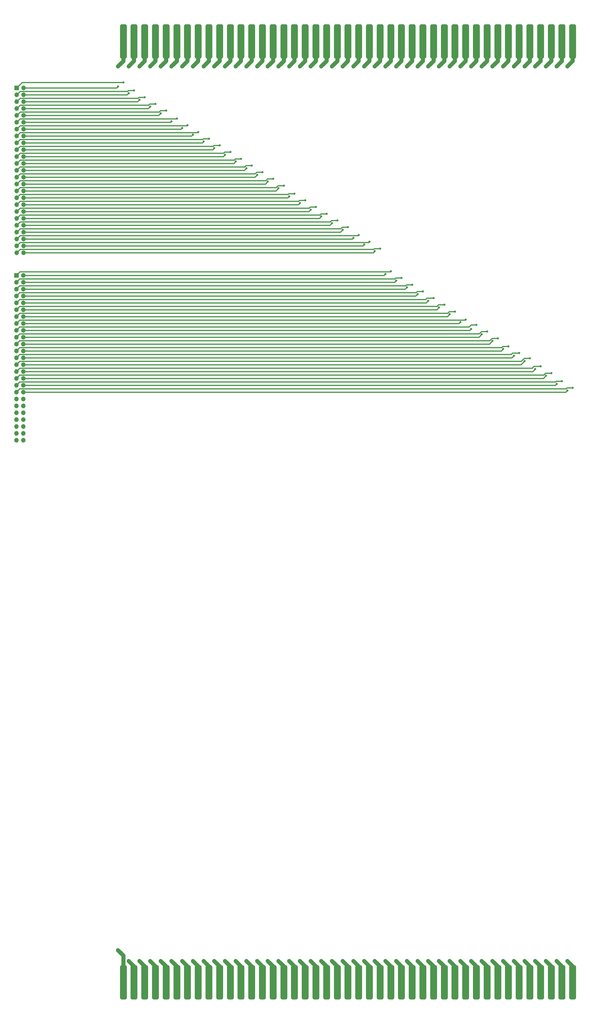
<source format=gbr>
%TF.GenerationSoftware,KiCad,Pcbnew,7.0.1*%
%TF.CreationDate,2024-03-03T21:16:02-05:00*%
%TF.ProjectId,SEM card breakout,53454d20-6361-4726-9420-627265616b6f,rev?*%
%TF.SameCoordinates,Original*%
%TF.FileFunction,Copper,L2,Bot*%
%TF.FilePolarity,Positive*%
%FSLAX46Y46*%
G04 Gerber Fmt 4.6, Leading zero omitted, Abs format (unit mm)*
G04 Created by KiCad (PCBNEW 7.0.1) date 2024-03-03 21:16:02*
%MOMM*%
%LPD*%
G01*
G04 APERTURE LIST*
G04 Aperture macros list*
%AMRoundRect*
0 Rectangle with rounded corners*
0 $1 Rounding radius*
0 $2 $3 $4 $5 $6 $7 $8 $9 X,Y pos of 4 corners*
0 Add a 4 corners polygon primitive as box body*
4,1,4,$2,$3,$4,$5,$6,$7,$8,$9,$2,$3,0*
0 Add four circle primitives for the rounded corners*
1,1,$1+$1,$2,$3*
1,1,$1+$1,$4,$5*
1,1,$1+$1,$6,$7*
1,1,$1+$1,$8,$9*
0 Add four rect primitives between the rounded corners*
20,1,$1+$1,$2,$3,$4,$5,0*
20,1,$1+$1,$4,$5,$6,$7,0*
20,1,$1+$1,$6,$7,$8,$9,0*
20,1,$1+$1,$8,$9,$2,$3,0*%
G04 Aperture macros list end*
%TA.AperFunction,ConnectorPad*%
%ADD10RoundRect,0.635000X-0.635000X-5.715000X0.635000X-5.715000X0.635000X5.715000X-0.635000X5.715000X0*%
%TD*%
%TA.AperFunction,ComponentPad*%
%ADD11R,1.700000X1.700000*%
%TD*%
%TA.AperFunction,ComponentPad*%
%ADD12O,1.700000X1.700000*%
%TD*%
%TA.AperFunction,ViaPad*%
%ADD13C,0.800000*%
%TD*%
%TA.AperFunction,Conductor*%
%ADD14C,0.400000*%
%TD*%
%TA.AperFunction,Conductor*%
%ADD15C,1.500000*%
%TD*%
G04 APERTURE END LIST*
D10*
%TO.P,J1,A,Pin_A*%
%TO.N,A*%
X73879600Y-344728800D03*
%TO.P,J1,B,Pin_B*%
%TO.N,B*%
X77842000Y-344728800D03*
%TO.P,J1,C,Pin_C*%
%TO.N,C*%
X81804400Y-344728800D03*
%TO.P,J1,D,Pin_D*%
%TO.N,D*%
X85766800Y-344728800D03*
%TO.P,J1,E,Pin_E*%
%TO.N,E*%
X89729200Y-344728800D03*
%TO.P,J1,F,Pin_F*%
%TO.N,F*%
X93691600Y-344728800D03*
%TO.P,J1,H,Pin_H*%
%TO.N,H*%
X97654000Y-344728800D03*
%TO.P,J1,J,Pin_J*%
%TO.N,J*%
X101616400Y-344728800D03*
%TO.P,J1,K,Pin_K*%
%TO.N,K*%
X105578800Y-344728800D03*
%TO.P,J1,L,Pin_L*%
%TO.N,L*%
X109541200Y-344728800D03*
%TO.P,J1,M,Pin_M*%
%TO.N,M*%
X113503600Y-344728800D03*
%TO.P,J1,N,Pin_N*%
%TO.N,N*%
X117466000Y-344728800D03*
%TO.P,J1,P,Pin_P*%
%TO.N,P*%
X121428400Y-344728800D03*
%TO.P,J1,R,Pin_R*%
%TO.N,R*%
X125390800Y-344728800D03*
%TO.P,J1,S,Pin_S*%
%TO.N,S*%
X129353200Y-344728800D03*
%TO.P,J1,T,Pin_T*%
%TO.N,T*%
X133315600Y-344728800D03*
%TO.P,J1,U,Pin_U*%
%TO.N,U*%
X137278000Y-344728800D03*
%TO.P,J1,V,Pin_V*%
%TO.N,V*%
X141240400Y-344728800D03*
%TO.P,J1,W,Pin_W*%
%TO.N,W*%
X145202800Y-344728800D03*
%TO.P,J1,X,Pin_X*%
%TO.N,X*%
X149165200Y-344728800D03*
%TO.P,J1,Y,Pin_Y*%
%TO.N,Y*%
X153127600Y-344728800D03*
%TO.P,J1,Z,Pin_Z*%
%TO.N,Z*%
X157090000Y-344728800D03*
%TO.P,J1,a,Pin_a*%
%TO.N,a*%
X161052400Y-344728800D03*
%TO.P,J1,b,Pin_b*%
%TO.N,b*%
X165014800Y-344728800D03*
%TO.P,J1,c,Pin_c*%
%TO.N,c*%
X168977200Y-344728800D03*
%TO.P,J1,d,Pin_d*%
%TO.N,d*%
X172939600Y-344728800D03*
%TO.P,J1,e,Pin_e*%
%TO.N,e*%
X176902000Y-344728800D03*
%TO.P,J1,f,Pin_f*%
%TO.N,f*%
X180864400Y-344728800D03*
%TO.P,J1,h,Pin_h*%
%TO.N,h*%
X184826800Y-344728800D03*
%TO.P,J1,j,Pin_j*%
%TO.N,j*%
X188789200Y-344728800D03*
%TO.P,J1,k,Pin_k*%
%TO.N,k*%
X192751600Y-344728800D03*
%TO.P,J1,l,Pin_l*%
%TO.N,l*%
X196714000Y-344728800D03*
%TO.P,J1,m,Pin_m*%
%TO.N,m*%
X200676400Y-344728800D03*
%TO.P,J1,n,Pin_n*%
%TO.N,n*%
X204638800Y-344728800D03*
%TO.P,J1,p,Pin_p*%
%TO.N,p*%
X208601200Y-344728800D03*
%TO.P,J1,r,Pin_r*%
%TO.N,r*%
X212563600Y-344728800D03*
%TO.P,J1,s,Pin_s*%
%TO.N,s*%
X216526000Y-344728800D03*
%TO.P,J1,t,Pin_t*%
%TO.N,t*%
X220488400Y-344728800D03*
%TO.P,J1,u,Pin_u*%
%TO.N,u*%
X224450800Y-344728800D03*
%TO.P,J1,v,Pin_v*%
%TO.N,v*%
X228413200Y-344728800D03*
%TO.P,J1,w,Pin_w*%
%TO.N,w*%
X232375600Y-344728800D03*
%TO.P,J1,x,Pin_x*%
%TO.N,x*%
X236338000Y-344728800D03*
%TO.P,J1,y,Pin_y*%
%TO.N,y*%
X240300400Y-344728800D03*
%TD*%
D11*
%TO.P,J4,1,Pin_1*%
%TO.N,26*%
X34255600Y-83210400D03*
D12*
%TO.P,J4,2,Pin_2*%
%TO.N,d*%
X36795600Y-83210400D03*
%TO.P,J4,3,Pin_3*%
%TO.N,27*%
X34255600Y-85750400D03*
%TO.P,J4,4,Pin_4*%
%TO.N,e*%
X36795600Y-85750400D03*
%TO.P,J4,5,Pin_5*%
%TO.N,28*%
X34255600Y-88290400D03*
%TO.P,J4,6,Pin_6*%
%TO.N,f*%
X36795600Y-88290400D03*
%TO.P,J4,7,Pin_7*%
%TO.N,29*%
X34255600Y-90830400D03*
%TO.P,J4,8,Pin_8*%
%TO.N,h*%
X36795600Y-90830400D03*
%TO.P,J4,9,Pin_9*%
%TO.N,30*%
X34255600Y-93370400D03*
%TO.P,J4,10,Pin_10*%
%TO.N,j*%
X36795600Y-93370400D03*
%TO.P,J4,11,Pin_11*%
%TO.N,31*%
X34255600Y-95910400D03*
%TO.P,J4,12,Pin_12*%
%TO.N,k*%
X36795600Y-95910400D03*
%TO.P,J4,13,Pin_13*%
%TO.N,32*%
X34255600Y-98450400D03*
%TO.P,J4,14,Pin_14*%
%TO.N,l*%
X36795600Y-98450400D03*
%TO.P,J4,15,Pin_15*%
%TO.N,33*%
X34255600Y-100990400D03*
%TO.P,J4,16,Pin_16*%
%TO.N,m*%
X36795600Y-100990400D03*
%TO.P,J4,17,Pin_17*%
%TO.N,34*%
X34255600Y-103530400D03*
%TO.P,J4,18,Pin_18*%
%TO.N,n*%
X36795600Y-103530400D03*
%TO.P,J4,19,Pin_19*%
%TO.N,35*%
X34255600Y-106070400D03*
%TO.P,J4,20,Pin_20*%
%TO.N,p*%
X36795600Y-106070400D03*
%TO.P,J4,21,Pin_21*%
%TO.N,36*%
X34255600Y-108610400D03*
%TO.P,J4,22,Pin_22*%
%TO.N,r*%
X36795600Y-108610400D03*
%TO.P,J4,23,Pin_23*%
%TO.N,37*%
X34255600Y-111150400D03*
%TO.P,J4,24,Pin_24*%
%TO.N,s*%
X36795600Y-111150400D03*
%TO.P,J4,25,Pin_25*%
%TO.N,38*%
X34255600Y-113690400D03*
%TO.P,J4,26,Pin_26*%
%TO.N,t*%
X36795600Y-113690400D03*
%TO.P,J4,27,Pin_27*%
%TO.N,39*%
X34255600Y-116230400D03*
%TO.P,J4,28,Pin_28*%
%TO.N,u*%
X36795600Y-116230400D03*
%TO.P,J4,29,Pin_29*%
%TO.N,40*%
X34255600Y-118770400D03*
%TO.P,J4,30,Pin_30*%
%TO.N,v*%
X36795600Y-118770400D03*
%TO.P,J4,31,Pin_31*%
%TO.N,41*%
X34255600Y-121310400D03*
%TO.P,J4,32,Pin_32*%
%TO.N,w*%
X36795600Y-121310400D03*
%TO.P,J4,33,Pin_33*%
%TO.N,42*%
X34255600Y-123850400D03*
%TO.P,J4,34,Pin_34*%
%TO.N,x*%
X36795600Y-123850400D03*
%TO.P,J4,35,Pin_35*%
%TO.N,43*%
X34255600Y-126390400D03*
%TO.P,J4,36,Pin_36*%
%TO.N,y*%
X36795600Y-126390400D03*
%TO.P,J4,37,Pin_37*%
%TO.N,unconnected-(J4-Pin_37-Pad37)*%
X34255600Y-128930400D03*
%TO.P,J4,38,Pin_38*%
%TO.N,unconnected-(J4-Pin_38-Pad38)*%
X36795600Y-128930400D03*
%TO.P,J4,39,Pin_39*%
%TO.N,unconnected-(J4-Pin_39-Pad39)*%
X34255600Y-131470400D03*
%TO.P,J4,40,Pin_40*%
%TO.N,unconnected-(J4-Pin_40-Pad40)*%
X36795600Y-131470400D03*
%TO.P,J4,41,Pin_41*%
%TO.N,unconnected-(J4-Pin_41-Pad41)*%
X34255600Y-134010400D03*
%TO.P,J4,42,Pin_42*%
%TO.N,unconnected-(J4-Pin_42-Pad42)*%
X36795600Y-134010400D03*
%TO.P,J4,43,Pin_43*%
%TO.N,unconnected-(J4-Pin_43-Pad43)*%
X34255600Y-136550400D03*
%TO.P,J4,44,Pin_44*%
%TO.N,unconnected-(J4-Pin_44-Pad44)*%
X36795600Y-136550400D03*
%TO.P,J4,45,Pin_45*%
%TO.N,unconnected-(J4-Pin_45-Pad45)*%
X34255600Y-139090400D03*
%TO.P,J4,46,Pin_46*%
%TO.N,unconnected-(J4-Pin_46-Pad46)*%
X36795600Y-139090400D03*
%TO.P,J4,47,Pin_47*%
%TO.N,unconnected-(J4-Pin_47-Pad47)*%
X34255600Y-141630400D03*
%TO.P,J4,48,Pin_48*%
%TO.N,unconnected-(J4-Pin_48-Pad48)*%
X36795600Y-141630400D03*
%TO.P,J4,49,Pin_49*%
%TO.N,unconnected-(J4-Pin_49-Pad49)*%
X34255600Y-144170400D03*
%TO.P,J4,50,Pin_50*%
%TO.N,unconnected-(J4-Pin_50-Pad50)*%
X36795600Y-144170400D03*
%TD*%
D11*
%TO.P,J3,1,Pin_1*%
%TO.N,1*%
X34421600Y-13868400D03*
D12*
%TO.P,J3,2,Pin_2*%
%TO.N,A*%
X36961600Y-13868400D03*
%TO.P,J3,3,Pin_3*%
%TO.N,2*%
X34421600Y-16408400D03*
%TO.P,J3,4,Pin_4*%
%TO.N,B*%
X36961600Y-16408400D03*
%TO.P,J3,5,Pin_5*%
%TO.N,3*%
X34421600Y-18948400D03*
%TO.P,J3,6,Pin_6*%
%TO.N,C*%
X36961600Y-18948400D03*
%TO.P,J3,7,Pin_7*%
%TO.N,4*%
X34421600Y-21488400D03*
%TO.P,J3,8,Pin_8*%
%TO.N,D*%
X36961600Y-21488400D03*
%TO.P,J3,9,Pin_9*%
%TO.N,5*%
X34421600Y-24028400D03*
%TO.P,J3,10,Pin_10*%
%TO.N,E*%
X36961600Y-24028400D03*
%TO.P,J3,11,Pin_11*%
%TO.N,6*%
X34421600Y-26568400D03*
%TO.P,J3,12,Pin_12*%
%TO.N,F*%
X36961600Y-26568400D03*
%TO.P,J3,13,Pin_13*%
%TO.N,7*%
X34421600Y-29108400D03*
%TO.P,J3,14,Pin_14*%
%TO.N,H*%
X36961600Y-29108400D03*
%TO.P,J3,15,Pin_15*%
%TO.N,8*%
X34421600Y-31648400D03*
%TO.P,J3,16,Pin_16*%
%TO.N,J*%
X36961600Y-31648400D03*
%TO.P,J3,17,Pin_17*%
%TO.N,9*%
X34421600Y-34188400D03*
%TO.P,J3,18,Pin_18*%
%TO.N,K*%
X36961600Y-34188400D03*
%TO.P,J3,19,Pin_19*%
%TO.N,10*%
X34421600Y-36728400D03*
%TO.P,J3,20,Pin_20*%
%TO.N,L*%
X36961600Y-36728400D03*
%TO.P,J3,21,Pin_21*%
%TO.N,11*%
X34421600Y-39268400D03*
%TO.P,J3,22,Pin_22*%
%TO.N,M*%
X36961600Y-39268400D03*
%TO.P,J3,23,Pin_23*%
%TO.N,12*%
X34421600Y-41808400D03*
%TO.P,J3,24,Pin_24*%
%TO.N,N*%
X36961600Y-41808400D03*
%TO.P,J3,25,Pin_25*%
%TO.N,13*%
X34421600Y-44348400D03*
%TO.P,J3,26,Pin_26*%
%TO.N,P*%
X36961600Y-44348400D03*
%TO.P,J3,27,Pin_27*%
%TO.N,14*%
X34421600Y-46888400D03*
%TO.P,J3,28,Pin_28*%
%TO.N,R*%
X36961600Y-46888400D03*
%TO.P,J3,29,Pin_29*%
%TO.N,15*%
X34421600Y-49428400D03*
%TO.P,J3,30,Pin_30*%
%TO.N,S*%
X36961600Y-49428400D03*
%TO.P,J3,31,Pin_31*%
%TO.N,16*%
X34421600Y-51968400D03*
%TO.P,J3,32,Pin_32*%
%TO.N,T*%
X36961600Y-51968400D03*
%TO.P,J3,33,Pin_33*%
%TO.N,17*%
X34421600Y-54508400D03*
%TO.P,J3,34,Pin_34*%
%TO.N,U*%
X36961600Y-54508400D03*
%TO.P,J3,35,Pin_35*%
%TO.N,18*%
X34421600Y-57048400D03*
%TO.P,J3,36,Pin_36*%
%TO.N,V*%
X36961600Y-57048400D03*
%TO.P,J3,37,Pin_37*%
%TO.N,19*%
X34421600Y-59588400D03*
%TO.P,J3,38,Pin_38*%
%TO.N,W*%
X36961600Y-59588400D03*
%TO.P,J3,39,Pin_39*%
%TO.N,20*%
X34421600Y-62128400D03*
%TO.P,J3,40,Pin_40*%
%TO.N,X*%
X36961600Y-62128400D03*
%TO.P,J3,41,Pin_41*%
%TO.N,21*%
X34421600Y-64668400D03*
%TO.P,J3,42,Pin_42*%
%TO.N,Y*%
X36961600Y-64668400D03*
%TO.P,J3,43,Pin_43*%
%TO.N,22*%
X34421600Y-67208400D03*
%TO.P,J3,44,Pin_44*%
%TO.N,Z*%
X36961600Y-67208400D03*
%TO.P,J3,45,Pin_45*%
%TO.N,23*%
X34421600Y-69748400D03*
%TO.P,J3,46,Pin_46*%
%TO.N,a*%
X36961600Y-69748400D03*
%TO.P,J3,47,Pin_47*%
%TO.N,24*%
X34421600Y-72288400D03*
%TO.P,J3,48,Pin_48*%
%TO.N,b*%
X36961600Y-72288400D03*
%TO.P,J3,49,Pin_49*%
%TO.N,25*%
X34421600Y-74828400D03*
%TO.P,J3,50,Pin_50*%
%TO.N,c*%
X36961600Y-74828400D03*
%TD*%
D10*
%TO.P,J2,A,Pin_A*%
%TO.N,A*%
X73879600Y3251200D03*
%TO.P,J2,B,Pin_B*%
%TO.N,B*%
X77842000Y3251200D03*
%TO.P,J2,C,Pin_C*%
%TO.N,C*%
X81804400Y3251200D03*
%TO.P,J2,D,Pin_D*%
%TO.N,D*%
X85766800Y3251200D03*
%TO.P,J2,E,Pin_E*%
%TO.N,E*%
X89729200Y3251200D03*
%TO.P,J2,F,Pin_F*%
%TO.N,F*%
X93691600Y3251200D03*
%TO.P,J2,H,Pin_H*%
%TO.N,H*%
X97654000Y3251200D03*
%TO.P,J2,J,Pin_J*%
%TO.N,J*%
X101616400Y3251200D03*
%TO.P,J2,K,Pin_K*%
%TO.N,K*%
X105578800Y3251200D03*
%TO.P,J2,L,Pin_L*%
%TO.N,L*%
X109541200Y3251200D03*
%TO.P,J2,M,Pin_M*%
%TO.N,M*%
X113503600Y3251200D03*
%TO.P,J2,N,Pin_N*%
%TO.N,N*%
X117466000Y3251200D03*
%TO.P,J2,P,Pin_P*%
%TO.N,P*%
X121428400Y3251200D03*
%TO.P,J2,R,Pin_R*%
%TO.N,R*%
X125390800Y3251200D03*
%TO.P,J2,S,Pin_S*%
%TO.N,S*%
X129353200Y3251200D03*
%TO.P,J2,T,Pin_T*%
%TO.N,T*%
X133315600Y3251200D03*
%TO.P,J2,U,Pin_U*%
%TO.N,U*%
X137278000Y3251200D03*
%TO.P,J2,V,Pin_V*%
%TO.N,V*%
X141240400Y3251200D03*
%TO.P,J2,W,Pin_W*%
%TO.N,W*%
X145202800Y3251200D03*
%TO.P,J2,X,Pin_X*%
%TO.N,X*%
X149165200Y3251200D03*
%TO.P,J2,Y,Pin_Y*%
%TO.N,Y*%
X153127600Y3251200D03*
%TO.P,J2,Z,Pin_Z*%
%TO.N,Z*%
X157090000Y3251200D03*
%TO.P,J2,a,Pin_a*%
%TO.N,a*%
X161052400Y3251200D03*
%TO.P,J2,b,Pin_b*%
%TO.N,b*%
X165014800Y3251200D03*
%TO.P,J2,c,Pin_c*%
%TO.N,c*%
X168977200Y3251200D03*
%TO.P,J2,d,Pin_d*%
%TO.N,d*%
X172939600Y3251200D03*
%TO.P,J2,e,Pin_e*%
%TO.N,e*%
X176902000Y3251200D03*
%TO.P,J2,f,Pin_f*%
%TO.N,f*%
X180864400Y3251200D03*
%TO.P,J2,h,Pin_h*%
%TO.N,h*%
X184826800Y3251200D03*
%TO.P,J2,j,Pin_j*%
%TO.N,j*%
X188789200Y3251200D03*
%TO.P,J2,k,Pin_k*%
%TO.N,k*%
X192751600Y3251200D03*
%TO.P,J2,l,Pin_l*%
%TO.N,l*%
X196714000Y3251200D03*
%TO.P,J2,m,Pin_m*%
%TO.N,m*%
X200676400Y3251200D03*
%TO.P,J2,n,Pin_n*%
%TO.N,n*%
X204638800Y3251200D03*
%TO.P,J2,p,Pin_p*%
%TO.N,p*%
X208601200Y3251200D03*
%TO.P,J2,r,Pin_r*%
%TO.N,r*%
X212563600Y3251200D03*
%TO.P,J2,s,Pin_s*%
%TO.N,s*%
X216526000Y3251200D03*
%TO.P,J2,t,Pin_t*%
%TO.N,t*%
X220488400Y3251200D03*
%TO.P,J2,u,Pin_u*%
%TO.N,u*%
X224450800Y3251200D03*
%TO.P,J2,v,Pin_v*%
%TO.N,v*%
X228413200Y3251200D03*
%TO.P,J2,w,Pin_w*%
%TO.N,w*%
X232375600Y3251200D03*
%TO.P,J2,x,Pin_x*%
%TO.N,x*%
X236338000Y3251200D03*
%TO.P,J2,y,Pin_y*%
%TO.N,y*%
X240300400Y3251200D03*
%TD*%
D13*
%TO.N,1*%
X73879600Y-11887200D03*
%TO.N,2*%
X77842000Y-14859000D03*
%TO.N,3*%
X81804400Y-17335500D03*
%TO.N,4*%
X85766800Y-19812000D03*
%TO.N,5*%
X89729200Y-22288500D03*
%TO.N,6*%
X93691600Y-25260300D03*
%TO.N,7*%
X97654000Y-27736800D03*
%TO.N,8*%
X101616400Y-30213300D03*
%TO.N,9*%
X105578800Y-32689800D03*
%TO.N,10*%
X109541200Y-35166300D03*
%TO.N,11*%
X113503600Y-37642800D03*
%TO.N,12*%
X117466000Y-40119300D03*
%TO.N,13*%
X121428400Y-42595800D03*
%TO.N,14*%
X125390800Y-45072300D03*
%TO.N,15*%
X129353200Y-47548800D03*
%TO.N,16*%
X133315600Y-50025300D03*
%TO.N,17*%
X137278000Y-52997100D03*
%TO.N,18*%
X141240400Y-55473600D03*
%TO.N,19*%
X145202800Y-57950100D03*
%TO.N,20*%
X149165200Y-60426600D03*
%TO.N,21*%
X153127600Y-62903100D03*
%TO.N,22*%
X157090000Y-65379600D03*
%TO.N,23*%
X161052400Y-68351400D03*
%TO.N,24*%
X165014800Y-70827900D03*
%TO.N,25*%
X168977200Y-73304400D03*
%TO.N,26*%
X172939600Y-81724500D03*
%TO.N,27*%
X176902000Y-84201000D03*
%TO.N,28*%
X180864400Y-86677500D03*
%TO.N,29*%
X184826800Y-89154000D03*
%TO.N,30*%
X188789200Y-91630500D03*
%TO.N,31*%
X192751600Y-94107000D03*
%TO.N,32*%
X196714000Y-96583500D03*
%TO.N,33*%
X200676400Y-99555300D03*
%TO.N,34*%
X204638800Y-101536500D03*
%TO.N,35*%
X208601200Y-104013000D03*
%TO.N,36*%
X212563600Y-106489500D03*
%TO.N,37*%
X216526000Y-109461300D03*
%TO.N,38*%
X220488400Y-111937800D03*
%TO.N,39*%
X224450800Y-113919000D03*
%TO.N,40*%
X228413200Y-116890800D03*
%TO.N,41*%
X232375600Y-119367300D03*
%TO.N,42*%
X236338000Y-122339100D03*
%TO.N,43*%
X240300400Y-124815600D03*
%TO.N,A*%
X71898400Y-13373100D03*
X71898400Y-332841600D03*
X71898400Y-5943600D03*
%TO.N,B*%
X75860800Y-5943600D03*
X75860800Y-15849600D03*
X75860800Y-336804000D03*
%TO.N,C*%
X79823200Y-18326100D03*
X79823200Y-336804000D03*
X79823200Y-5943600D03*
%TO.N,D*%
X83785600Y-5943600D03*
X83785600Y-20802600D03*
X83785600Y-336804000D03*
%TO.N,E*%
X87748000Y-23279100D03*
X87748000Y-5943600D03*
X87748000Y-336804000D03*
%TO.N,F*%
X91710400Y-5943600D03*
X91710400Y-26250900D03*
X91710400Y-336804000D03*
%TO.N,H*%
X95672800Y-28727400D03*
X95672800Y-336804000D03*
X95672800Y-5943600D03*
%TO.N,J*%
X99635200Y-5943600D03*
X99635200Y-336804000D03*
X99635200Y-31203900D03*
%TO.N,K*%
X103597600Y-336804000D03*
X103597600Y-5943600D03*
X103597600Y-33680400D03*
%TO.N,L*%
X107560000Y-5943600D03*
X107560000Y-336804000D03*
X107560000Y-36156900D03*
%TO.N,M*%
X111522400Y-336804000D03*
X111522400Y-5943600D03*
X111522400Y-38633400D03*
%TO.N,N*%
X115484800Y-336804000D03*
X115484800Y-5943600D03*
X115484800Y-41109900D03*
%TO.N,P*%
X119447200Y-336804000D03*
X119447200Y-5943600D03*
X119447200Y-43586400D03*
%TO.N,R*%
X123409600Y-46062900D03*
X123409600Y-336804000D03*
X123409600Y-5943600D03*
%TO.N,S*%
X127372000Y-5943600D03*
X127372000Y-336804000D03*
X127372000Y-48539400D03*
%TO.N,T*%
X131334400Y-5943600D03*
X131334400Y-51015900D03*
X131334400Y-336804000D03*
%TO.N,U*%
X135296800Y-53987700D03*
X135296800Y-5943600D03*
X135296800Y-336804000D03*
%TO.N,V*%
X139259200Y-56464200D03*
X139259200Y-336804000D03*
X139259200Y-5943600D03*
%TO.N,W*%
X143221600Y-5943600D03*
X143221600Y-336804000D03*
X143221600Y-58940700D03*
%TO.N,X*%
X147184000Y-61417200D03*
X147184000Y-5943600D03*
X147184000Y-336804000D03*
%TO.N,Y*%
X151146400Y-63893700D03*
X151146400Y-5943600D03*
X151146400Y-336804000D03*
%TO.N,Z*%
X155108800Y-66370200D03*
X155108800Y-336804000D03*
X155108800Y-5943600D03*
%TO.N,a*%
X159071200Y-336804000D03*
X159071200Y-5943600D03*
X159071200Y-69342000D03*
%TO.N,b*%
X163033600Y-71818500D03*
X163033600Y-5943600D03*
X163033600Y-336804000D03*
%TO.N,c*%
X166996000Y-74295000D03*
X166996000Y-5943600D03*
X166996000Y-336804000D03*
%TO.N,d*%
X170958400Y-82715100D03*
X170958400Y-336804000D03*
X170958400Y-5943600D03*
%TO.N,e*%
X174920800Y-5943600D03*
X174920800Y-336804000D03*
X174920800Y-85191600D03*
%TO.N,f*%
X178883200Y-87668100D03*
X178883200Y-5943600D03*
X178883200Y-336804000D03*
%TO.N,h*%
X182845600Y-90144600D03*
X182845600Y-5943600D03*
X182845600Y-336804000D03*
%TO.N,j*%
X186808000Y-5943600D03*
X186808000Y-92621100D03*
X186808000Y-336804000D03*
%TO.N,k*%
X190770400Y-5943600D03*
X190770400Y-336804000D03*
X190770400Y-95097600D03*
%TO.N,l*%
X194732800Y-336804000D03*
X194732800Y-5943600D03*
X194732800Y-97574100D03*
%TO.N,m*%
X198695200Y-5943600D03*
X198695200Y-336804000D03*
X198695200Y-100545900D03*
%TO.N,n*%
X202657600Y-103022400D03*
X202657600Y-5943600D03*
X202657600Y-336804000D03*
%TO.N,p*%
X206620000Y-5943600D03*
X206620000Y-336804000D03*
X206620000Y-105003600D03*
%TO.N,r*%
X210582400Y-5943600D03*
X210582400Y-336804000D03*
X210582400Y-107480100D03*
%TO.N,s*%
X214544800Y-336804000D03*
X214544800Y-5943600D03*
X214544800Y-110451900D03*
%TO.N,t*%
X218507200Y-112928400D03*
X218507200Y-5943600D03*
X218507200Y-336804000D03*
%TO.N,u*%
X222469600Y-114909600D03*
X222469600Y-336804000D03*
X222469600Y-5943600D03*
%TO.N,v*%
X226432000Y-5943600D03*
X226432000Y-117881400D03*
X226432000Y-336804000D03*
%TO.N,w*%
X230394400Y-120357900D03*
X230394400Y-5943600D03*
X230394400Y-336804000D03*
%TO.N,x*%
X234356800Y-336804000D03*
X234356800Y-123329700D03*
X234356800Y-5943600D03*
%TO.N,y*%
X238319200Y-125806200D03*
X238319200Y-5943600D03*
X238319200Y-336804000D03*
%TD*%
D14*
%TO.N,1*%
X34421600Y-13868400D02*
X36402800Y-11887200D01*
X36402800Y-11887200D02*
X73879600Y-11887200D01*
%TO.N,2*%
X35671600Y-15158400D02*
X75420629Y-15158400D01*
X75420629Y-15158400D02*
X75720029Y-14859000D01*
X75720029Y-14859000D02*
X77842000Y-14859000D01*
X34421600Y-16408400D02*
X35671600Y-15158400D01*
%TO.N,3*%
X35671600Y-17698400D02*
X79319529Y-17698400D01*
X34421600Y-18948400D02*
X35671600Y-17698400D01*
X79319529Y-17698400D02*
X79682429Y-17335500D01*
X79682429Y-17335500D02*
X81804400Y-17335500D01*
%TO.N,4*%
X34421600Y-21488400D02*
X35671600Y-20238400D01*
X35671600Y-20238400D02*
X83218429Y-20238400D01*
X83644829Y-19812000D02*
X85766800Y-19812000D01*
X83218429Y-20238400D02*
X83644829Y-19812000D01*
%TO.N,5*%
X87117329Y-22778400D02*
X87607229Y-22288500D01*
X87607229Y-22288500D02*
X89729200Y-22288500D01*
X34421600Y-24028400D02*
X35671600Y-22778400D01*
X35671600Y-22778400D02*
X87117329Y-22778400D01*
%TO.N,6*%
X34421600Y-26568400D02*
X35671600Y-25318400D01*
X35671600Y-25318400D02*
X93633500Y-25318400D01*
%TO.N,7*%
X34421600Y-29108400D02*
X35671600Y-27858400D01*
X35671600Y-27858400D02*
X97532400Y-27858400D01*
%TO.N,8*%
X35671600Y-30398400D02*
X101431300Y-30398400D01*
X34421600Y-31648400D02*
X35671600Y-30398400D01*
%TO.N,9*%
X103208229Y-32938400D02*
X103456829Y-32689800D01*
X34421600Y-34188400D02*
X35671600Y-32938400D01*
X35671600Y-32938400D02*
X103208229Y-32938400D01*
X103456829Y-32689800D02*
X105578800Y-32689800D01*
%TO.N,10*%
X35671600Y-35478400D02*
X107107129Y-35478400D01*
X34421600Y-36728400D02*
X35671600Y-35478400D01*
X107107129Y-35478400D02*
X107419229Y-35166300D01*
X107419229Y-35166300D02*
X109541200Y-35166300D01*
%TO.N,11*%
X111006029Y-38018400D02*
X111381629Y-37642800D01*
X111381629Y-37642800D02*
X113503600Y-37642800D01*
X35671600Y-38018400D02*
X111006029Y-38018400D01*
X34421600Y-39268400D02*
X35671600Y-38018400D01*
%TO.N,12*%
X114904929Y-40558400D02*
X115344029Y-40119300D01*
X34421600Y-41808400D02*
X35671600Y-40558400D01*
X115344029Y-40119300D02*
X117466000Y-40119300D01*
X35671600Y-40558400D02*
X114904929Y-40558400D01*
%TO.N,13*%
X35671600Y-43098400D02*
X118803829Y-43098400D01*
X119306429Y-42595800D02*
X121428400Y-42595800D01*
X34421600Y-44348400D02*
X35671600Y-43098400D01*
X118803829Y-43098400D02*
X119306429Y-42595800D01*
%TO.N,14*%
X122702729Y-45638400D02*
X123268829Y-45072300D01*
X34421600Y-46888400D02*
X35671600Y-45638400D01*
X35671600Y-45638400D02*
X122702729Y-45638400D01*
X123268829Y-45072300D02*
X125390800Y-45072300D01*
%TO.N,15*%
X35671600Y-48178400D02*
X126601629Y-48178400D01*
X34421600Y-49428400D02*
X35671600Y-48178400D01*
X126601629Y-48178400D02*
X127231229Y-47548800D01*
X127231229Y-47548800D02*
X129353200Y-47548800D01*
%TO.N,16*%
X34421600Y-51968400D02*
X35671600Y-50718400D01*
X130500529Y-50718400D02*
X131193629Y-50025300D01*
X131193629Y-50025300D02*
X133315600Y-50025300D01*
X35671600Y-50718400D02*
X130500529Y-50718400D01*
%TO.N,17*%
X35671600Y-53258400D02*
X134894729Y-53258400D01*
X134894729Y-53258400D02*
X135156029Y-52997100D01*
X135156029Y-52997100D02*
X137278000Y-52997100D01*
X34421600Y-54508400D02*
X35671600Y-53258400D01*
%TO.N,18*%
X139118429Y-55473600D02*
X141240400Y-55473600D01*
X35671600Y-55798400D02*
X138793629Y-55798400D01*
X34421600Y-57048400D02*
X35671600Y-55798400D01*
X138793629Y-55798400D02*
X139118429Y-55473600D01*
%TO.N,19*%
X142692529Y-58338400D02*
X143080829Y-57950100D01*
X35671600Y-58338400D02*
X142692529Y-58338400D01*
X143080829Y-57950100D02*
X145202800Y-57950100D01*
X34421600Y-59588400D02*
X35671600Y-58338400D01*
%TO.N,20*%
X146591429Y-60878400D02*
X147043229Y-60426600D01*
X147043229Y-60426600D02*
X149165200Y-60426600D01*
X34421600Y-62128400D02*
X35671600Y-60878400D01*
X35671600Y-60878400D02*
X146591429Y-60878400D01*
%TO.N,21*%
X151005629Y-62903100D02*
X153127600Y-62903100D01*
X34421600Y-64668400D02*
X35671600Y-63418400D01*
X150490329Y-63418400D02*
X151005629Y-62903100D01*
X35671600Y-63418400D02*
X150490329Y-63418400D01*
%TO.N,22*%
X35671600Y-65958400D02*
X154389229Y-65958400D01*
X154389229Y-65958400D02*
X154968029Y-65379600D01*
X154968029Y-65379600D02*
X157090000Y-65379600D01*
X34421600Y-67208400D02*
X35671600Y-65958400D01*
%TO.N,23*%
X35671600Y-68498400D02*
X160905400Y-68498400D01*
X34421600Y-69748400D02*
X35671600Y-68498400D01*
%TO.N,24*%
X164824200Y-71018500D02*
X165014800Y-70827900D01*
X34421600Y-72288400D02*
X35691500Y-71018500D01*
X35691500Y-71018500D02*
X164824200Y-71018500D01*
%TO.N,25*%
X34421600Y-74828400D02*
X35671600Y-73578400D01*
X166581229Y-73578400D02*
X166855229Y-73304400D01*
X35671600Y-73578400D02*
X166581229Y-73578400D01*
X166855229Y-73304400D02*
X168977200Y-73304400D01*
%TO.N,26*%
X35550900Y-81915100D02*
X172749000Y-81915100D01*
X34255600Y-83210400D02*
X35550900Y-81915100D01*
%TO.N,27*%
X35505600Y-84500400D02*
X174480629Y-84500400D01*
X174480629Y-84500400D02*
X174780029Y-84201000D01*
X34255600Y-85750400D02*
X35505600Y-84500400D01*
X174780029Y-84201000D02*
X176902000Y-84201000D01*
%TO.N,28*%
X178742429Y-86677500D02*
X180864400Y-86677500D01*
X34255600Y-88290400D02*
X35505600Y-87040400D01*
X35505600Y-87040400D02*
X178379529Y-87040400D01*
X178379529Y-87040400D02*
X178742429Y-86677500D01*
%TO.N,29*%
X34255600Y-90830400D02*
X35505600Y-89580400D01*
X182278429Y-89580400D02*
X182704829Y-89154000D01*
X35505600Y-89580400D02*
X182278429Y-89580400D01*
X182704829Y-89154000D02*
X184826800Y-89154000D01*
%TO.N,30*%
X34255600Y-93370400D02*
X35505600Y-92120400D01*
X35505600Y-92120400D02*
X185822800Y-92120400D01*
X186312700Y-91630500D02*
X188789200Y-91630500D01*
X185822800Y-92120400D02*
X186312700Y-91630500D01*
%TO.N,31*%
X190076229Y-94660400D02*
X190629629Y-94107000D01*
X35505600Y-94660400D02*
X190076229Y-94660400D01*
X34255600Y-95910400D02*
X35505600Y-94660400D01*
X190629629Y-94107000D02*
X192751600Y-94107000D01*
%TO.N,32*%
X35505600Y-97200400D02*
X193975129Y-97200400D01*
X193975129Y-97200400D02*
X194592029Y-96583500D01*
X194592029Y-96583500D02*
X196714000Y-96583500D01*
X34255600Y-98450400D02*
X35505600Y-97200400D01*
%TO.N,33*%
X34255600Y-100990400D02*
X35505600Y-99740400D01*
X200491300Y-99740400D02*
X200676400Y-99555300D01*
X35505600Y-99740400D02*
X200491300Y-99740400D01*
%TO.N,34*%
X202657600Y-101536500D02*
X204638800Y-101536500D01*
X201913700Y-102280400D02*
X202657600Y-101536500D01*
X34255600Y-103530400D02*
X35505600Y-102280400D01*
X35505600Y-102280400D02*
X201913700Y-102280400D01*
%TO.N,35*%
X34255600Y-106070400D02*
X35505600Y-104820400D01*
X205671829Y-104820400D02*
X206479229Y-104013000D01*
X206479229Y-104013000D02*
X208601200Y-104013000D01*
X35505600Y-104820400D02*
X205671829Y-104820400D01*
%TO.N,36*%
X35505600Y-107360400D02*
X209570729Y-107360400D01*
X209570729Y-107360400D02*
X210441629Y-106489500D01*
X34255600Y-108610400D02*
X35505600Y-107360400D01*
X210441629Y-106489500D02*
X212563600Y-106489500D01*
%TO.N,37*%
X35505600Y-109900400D02*
X213964929Y-109900400D01*
X34255600Y-111150400D02*
X35505600Y-109900400D01*
X213964929Y-109900400D02*
X214404029Y-109461300D01*
X214404029Y-109461300D02*
X216526000Y-109461300D01*
%TO.N,38*%
X218011900Y-111937800D02*
X220488400Y-111937800D01*
X34255600Y-113690400D02*
X35505600Y-112440400D01*
X35505600Y-112440400D02*
X217509300Y-112440400D01*
X217509300Y-112440400D02*
X218011900Y-111937800D01*
%TO.N,39*%
X222328829Y-113919000D02*
X224450800Y-113919000D01*
X35505600Y-114980400D02*
X221267429Y-114980400D01*
X221267429Y-114980400D02*
X222328829Y-113919000D01*
X34255600Y-116230400D02*
X35505600Y-114980400D01*
%TO.N,40*%
X225936700Y-116890800D02*
X228413200Y-116890800D01*
X35505600Y-117520400D02*
X225307100Y-117520400D01*
X34255600Y-118770400D02*
X35505600Y-117520400D01*
X225307100Y-117520400D02*
X225936700Y-116890800D01*
%TO.N,41*%
X229560529Y-120060400D02*
X230253629Y-119367300D01*
X230253629Y-119367300D02*
X232375600Y-119367300D01*
X34255600Y-121310400D02*
X35505600Y-120060400D01*
X35505600Y-120060400D02*
X229560529Y-120060400D01*
%TO.N,42*%
X233954729Y-122600400D02*
X234216029Y-122339100D01*
X234216029Y-122339100D02*
X236338000Y-122339100D01*
X34255600Y-123850400D02*
X35505600Y-122600400D01*
X35505600Y-122600400D02*
X233954729Y-122600400D01*
%TO.N,43*%
X34255600Y-126390400D02*
X35505600Y-125140400D01*
X238178429Y-124815600D02*
X240300400Y-124815600D01*
X237853629Y-125140400D02*
X238178429Y-124815600D01*
X35505600Y-125140400D02*
X237853629Y-125140400D01*
%TO.N,A*%
X36961600Y-13868400D02*
X71403100Y-13868400D01*
D15*
X73879600Y-334822800D02*
X71898400Y-332841600D01*
X73879600Y-3962400D02*
X73879600Y3251200D01*
X73879600Y-344728800D02*
X73879600Y-334822800D01*
X71898400Y-5943600D02*
X73879600Y-3962400D01*
D14*
X71403100Y-13868400D02*
X71898400Y-13373100D01*
%TO.N,B*%
X36961600Y-16408400D02*
X75302000Y-16408400D01*
D15*
X77842000Y-344728800D02*
X77842000Y-338785200D01*
X77842000Y-3962400D02*
X77842000Y3251200D01*
X75860800Y-5943600D02*
X77842000Y-3962400D01*
D14*
X75302000Y-16408400D02*
X75860800Y-15849600D01*
D15*
X77842000Y-338785200D02*
X75860800Y-336804000D01*
D14*
%TO.N,C*%
X79200900Y-18948400D02*
X79823200Y-18326100D01*
D15*
X81804400Y-338785200D02*
X79823200Y-336804000D01*
D14*
X36961600Y-18948400D02*
X79200900Y-18948400D01*
D15*
X81804400Y-3962400D02*
X81804400Y3251200D01*
X79823200Y-5943600D02*
X81804400Y-3962400D01*
X81804400Y-344728800D02*
X81804400Y-338785200D01*
%TO.N,D*%
X83785600Y-5943600D02*
X85766800Y-3962400D01*
D14*
X83099800Y-21488400D02*
X83785600Y-20802600D01*
D15*
X85766800Y-344728800D02*
X85766800Y-338785200D01*
X85766800Y-3962400D02*
X85766800Y3251200D01*
D14*
X36961600Y-21488400D02*
X83099800Y-21488400D01*
D15*
X85766800Y-338785200D02*
X83785600Y-336804000D01*
%TO.N,E*%
X87748000Y-5943600D02*
X89729200Y-3962400D01*
D14*
X36961600Y-24028400D02*
X86998700Y-24028400D01*
X86998700Y-24028400D02*
X87748000Y-23279100D01*
D15*
X89729200Y-3962400D02*
X89729200Y3251200D01*
X89729200Y-344728800D02*
X89729200Y-338785200D01*
X89729200Y-338785200D02*
X87748000Y-336804000D01*
D14*
%TO.N,F*%
X36961600Y-26568400D02*
X91392900Y-26568400D01*
X91392900Y-26568400D02*
X91710400Y-26250900D01*
D15*
X93691600Y-3962400D02*
X93691600Y3251200D01*
X93691600Y-344728800D02*
X93691600Y-338785200D01*
X93691600Y-338785200D02*
X91710400Y-336804000D01*
X91710400Y-5943600D02*
X93691600Y-3962400D01*
%TO.N,H*%
X97654000Y-338785200D02*
X95672800Y-336804000D01*
X95672800Y-5943600D02*
X97654000Y-3962400D01*
D14*
X95291800Y-29108400D02*
X95672800Y-28727400D01*
X36961600Y-29108400D02*
X95291800Y-29108400D01*
D15*
X97654000Y-344728800D02*
X97654000Y-338785200D01*
X97654000Y-3962400D02*
X97654000Y3251200D01*
%TO.N,J*%
X101616400Y-344728800D02*
X101616400Y-338785200D01*
X101616400Y-3962400D02*
X101616400Y3251200D01*
D14*
X36961600Y-31648400D02*
X99190700Y-31648400D01*
D15*
X99635200Y-5943600D02*
X101616400Y-3962400D01*
X101616400Y-338785200D02*
X99635200Y-336804000D01*
D14*
X99190700Y-31648400D02*
X99635200Y-31203900D01*
D15*
%TO.N,K*%
X105578800Y-338785200D02*
X103597600Y-336804000D01*
X103597600Y-5943600D02*
X105578800Y-3962400D01*
X105578800Y-344728800D02*
X105578800Y-338785200D01*
X105578800Y-3962400D02*
X105578800Y3251200D01*
D14*
X103089600Y-34188400D02*
X103597600Y-33680400D01*
X36961600Y-34188400D02*
X103089600Y-34188400D01*
%TO.N,L*%
X36961600Y-36728400D02*
X106988500Y-36728400D01*
D15*
X109541200Y-3962400D02*
X109541200Y3251200D01*
D14*
X106988500Y-36728400D02*
X107560000Y-36156900D01*
D15*
X107560000Y-5943600D02*
X109541200Y-3962400D01*
X109541200Y-338785200D02*
X107560000Y-336804000D01*
X109541200Y-344728800D02*
X109541200Y-338785200D01*
%TO.N,M*%
X113503600Y-3962400D02*
X113503600Y3251200D01*
X113503600Y-338785200D02*
X111522400Y-336804000D01*
X113503600Y-344728800D02*
X113503600Y-338785200D01*
D14*
X36961600Y-39268400D02*
X110887400Y-39268400D01*
X110887400Y-39268400D02*
X111522400Y-38633400D01*
D15*
X111522400Y-5943600D02*
X113503600Y-3962400D01*
D14*
%TO.N,N*%
X36961600Y-41808400D02*
X114786300Y-41808400D01*
D15*
X117466000Y-344728800D02*
X117466000Y-338785200D01*
X117466000Y-338785200D02*
X115484800Y-336804000D01*
X117466000Y-3962400D02*
X117466000Y3251200D01*
D14*
X114786300Y-41808400D02*
X115484800Y-41109900D01*
D15*
X115484800Y-5943600D02*
X117466000Y-3962400D01*
%TO.N,P*%
X121428400Y-338785200D02*
X119447200Y-336804000D01*
X119447200Y-5943600D02*
X121428400Y-3962400D01*
X121428400Y-3962400D02*
X121428400Y3251200D01*
D14*
X118685200Y-44348400D02*
X119447200Y-43586400D01*
D15*
X121428400Y-344728800D02*
X121428400Y-338785200D01*
D14*
X36961600Y-44348400D02*
X118685200Y-44348400D01*
D15*
%TO.N,R*%
X125390800Y-3962400D02*
X125390800Y3251200D01*
X123409600Y-5943600D02*
X125390800Y-3962400D01*
X125390800Y-338785200D02*
X123409600Y-336804000D01*
D14*
X122584100Y-46888400D02*
X123409600Y-46062900D01*
D15*
X125390800Y-344728800D02*
X125390800Y-338785200D01*
D14*
X36961600Y-46888400D02*
X122584100Y-46888400D01*
D15*
%TO.N,S*%
X129353200Y-338785200D02*
X127372000Y-336804000D01*
X127372000Y-5943600D02*
X129353200Y-3962400D01*
X129353200Y-344728800D02*
X129353200Y-338785200D01*
D14*
X36961600Y-49428400D02*
X126483000Y-49428400D01*
D15*
X129353200Y-3962400D02*
X129353200Y3251200D01*
D14*
X126483000Y-49428400D02*
X127372000Y-48539400D01*
D15*
%TO.N,T*%
X133315600Y-344728800D02*
X133315600Y-338785200D01*
D14*
X130381900Y-51968400D02*
X131334400Y-51015900D01*
X36961600Y-51968400D02*
X130381900Y-51968400D01*
D15*
X133315600Y-3962400D02*
X133315600Y3251200D01*
X131334400Y-5943600D02*
X133315600Y-3962400D01*
X133315600Y-338785200D02*
X131334400Y-336804000D01*
%TO.N,U*%
X137278000Y-344728800D02*
X137278000Y-338785200D01*
X137278000Y-338785200D02*
X135296800Y-336804000D01*
X137278000Y-3962400D02*
X137278000Y3251200D01*
D14*
X36961600Y-54508400D02*
X134776100Y-54508400D01*
X134776100Y-54508400D02*
X135296800Y-53987700D01*
D15*
X135296800Y-5943600D02*
X137278000Y-3962400D01*
D14*
%TO.N,V*%
X36961600Y-57048400D02*
X138675000Y-57048400D01*
D15*
X141240400Y-344728800D02*
X141240400Y-338785200D01*
X141240400Y-3962400D02*
X141240400Y3251200D01*
X139259200Y-5943600D02*
X141240400Y-3962400D01*
X141240400Y-338785200D02*
X139259200Y-336804000D01*
D14*
X138675000Y-57048400D02*
X139259200Y-56464200D01*
%TO.N,W*%
X36961600Y-59588400D02*
X142573900Y-59588400D01*
X142573900Y-59588400D02*
X143221600Y-58940700D01*
D15*
X143221600Y-5943600D02*
X145202800Y-3962400D01*
X145202800Y-3962400D02*
X145202800Y3251200D01*
X145202800Y-338785200D02*
X143221600Y-336804000D01*
X145202800Y-344728800D02*
X145202800Y-338785200D01*
%TO.N,X*%
X149165200Y-3962400D02*
X149165200Y3251200D01*
X149165200Y-344728800D02*
X149165200Y-338785200D01*
X149165200Y-338785200D02*
X147184000Y-336804000D01*
D14*
X36961600Y-62128400D02*
X146472800Y-62128400D01*
D15*
X147184000Y-5943600D02*
X149165200Y-3962400D01*
D14*
X146472800Y-62128400D02*
X147184000Y-61417200D01*
D15*
%TO.N,Y*%
X151146400Y-5943600D02*
X153127600Y-3962400D01*
X153127600Y-344728800D02*
X153127600Y-338785200D01*
D14*
X150371700Y-64668400D02*
X151146400Y-63893700D01*
D15*
X153127600Y-3962400D02*
X153127600Y3251200D01*
X153127600Y-338785200D02*
X151146400Y-336804000D01*
D14*
X36961600Y-64668400D02*
X150371700Y-64668400D01*
D15*
%TO.N,Z*%
X157090000Y-338785200D02*
X155108800Y-336804000D01*
X155108800Y-5943600D02*
X157090000Y-3962400D01*
D14*
X154270600Y-67208400D02*
X155108800Y-66370200D01*
D15*
X157090000Y-3962400D02*
X157090000Y3251200D01*
D14*
X36961600Y-67208400D02*
X154270600Y-67208400D01*
D15*
X157090000Y-344728800D02*
X157090000Y-338785200D01*
D14*
%TO.N,a*%
X158664800Y-69748400D02*
X159071200Y-69342000D01*
D15*
X159071200Y-5943600D02*
X161052400Y-3962400D01*
X161052400Y-338785200D02*
X159071200Y-336804000D01*
D14*
X36961600Y-69748400D02*
X158664800Y-69748400D01*
D15*
X161052400Y-344728800D02*
X161052400Y-338785200D01*
X161052400Y-3962400D02*
X161052400Y3251200D01*
%TO.N,b*%
X163033600Y-5943600D02*
X165014800Y-3962400D01*
D14*
X162563700Y-72288400D02*
X163033600Y-71818500D01*
D15*
X165014800Y-338785200D02*
X163033600Y-336804000D01*
X165014800Y-344728800D02*
X165014800Y-338785200D01*
X165014800Y-3962400D02*
X165014800Y3251200D01*
D14*
X36961600Y-72288400D02*
X162563700Y-72288400D01*
D15*
%TO.N,c*%
X168977200Y-344728800D02*
X168977200Y-338785200D01*
X168977200Y-3962400D02*
X168977200Y3251200D01*
X168977200Y-338785200D02*
X166996000Y-336804000D01*
D14*
X36961600Y-74828400D02*
X166462600Y-74828400D01*
D15*
X166996000Y-5943600D02*
X168977200Y-3962400D01*
D14*
X166462600Y-74828400D02*
X166996000Y-74295000D01*
D15*
%TO.N,d*%
X172939600Y-3962400D02*
X172939600Y3251200D01*
D14*
X170463100Y-83210400D02*
X170958400Y-82715100D01*
D15*
X172939600Y-344728800D02*
X172939600Y-338785200D01*
X170958400Y-5943600D02*
X172939600Y-3962400D01*
X172939600Y-338785200D02*
X170958400Y-336804000D01*
D14*
X36795600Y-83210400D02*
X170463100Y-83210400D01*
%TO.N,e*%
X174362000Y-85750400D02*
X174920800Y-85191600D01*
X36795600Y-85750400D02*
X174362000Y-85750400D01*
D15*
X174920800Y-5943600D02*
X176902000Y-3962400D01*
X176902000Y-344728800D02*
X176902000Y-338785200D01*
X176902000Y-3962400D02*
X176902000Y3251200D01*
X176902000Y-338785200D02*
X174920800Y-336804000D01*
%TO.N,f*%
X180864400Y-344728800D02*
X180864400Y-338785200D01*
X180864400Y-338785200D02*
X178883200Y-336804000D01*
X178883200Y-5943600D02*
X180864400Y-3962400D01*
X180864400Y-3962400D02*
X180864400Y3251200D01*
D14*
X178260900Y-88290400D02*
X178883200Y-87668100D01*
X36795600Y-88290400D02*
X178260900Y-88290400D01*
D15*
%TO.N,h*%
X184826800Y-338785200D02*
X182845600Y-336804000D01*
D14*
X182159800Y-90830400D02*
X182845600Y-90144600D01*
X36795600Y-90830400D02*
X182159800Y-90830400D01*
D15*
X182845600Y-5943600D02*
X184826800Y-3962400D01*
X184826800Y-3962400D02*
X184826800Y3251200D01*
X184826800Y-344728800D02*
X184826800Y-338785200D01*
%TO.N,j*%
X186808000Y-5943600D02*
X188789200Y-3962400D01*
X188789200Y-3962400D02*
X188789200Y3251200D01*
D14*
X186058700Y-93370400D02*
X186808000Y-92621100D01*
D15*
X188789200Y-344728800D02*
X188789200Y-338785200D01*
D14*
X36795600Y-93370400D02*
X186058700Y-93370400D01*
D15*
X188789200Y-338785200D02*
X186808000Y-336804000D01*
%TO.N,k*%
X192751600Y-338785200D02*
X190770400Y-336804000D01*
X192751600Y-344728800D02*
X192751600Y-338785200D01*
X190770400Y-5943600D02*
X192751600Y-3962400D01*
X192751600Y-3962400D02*
X192751600Y3251200D01*
D14*
X36795600Y-95910400D02*
X189957600Y-95910400D01*
X189957600Y-95910400D02*
X190770400Y-95097600D01*
D15*
%TO.N,l*%
X196714000Y-338785200D02*
X194732800Y-336804000D01*
X196714000Y-344728800D02*
X196714000Y-338785200D01*
D14*
X193856500Y-98450400D02*
X194732800Y-97574100D01*
D15*
X194732800Y-5943600D02*
X196714000Y-3962400D01*
X196714000Y-3962400D02*
X196714000Y3251200D01*
D14*
X36795600Y-98450400D02*
X193856500Y-98450400D01*
D15*
%TO.N,m*%
X200676400Y-338785200D02*
X198695200Y-336804000D01*
D14*
X198250700Y-100990400D02*
X198695200Y-100545900D01*
D15*
X200676400Y-3962400D02*
X200676400Y3251200D01*
X200676400Y-344728800D02*
X200676400Y-338785200D01*
X198695200Y-5943600D02*
X200676400Y-3962400D01*
D14*
X36795600Y-100990400D02*
X198250700Y-100990400D01*
D15*
%TO.N,n*%
X204638800Y-344728800D02*
X204638800Y-338785200D01*
D14*
X202149600Y-103530400D02*
X202657600Y-103022400D01*
D15*
X204638800Y-338785200D02*
X202657600Y-336804000D01*
D14*
X36795600Y-103530400D02*
X202149600Y-103530400D01*
D15*
X204638800Y-3962400D02*
X204638800Y3251200D01*
X202657600Y-5943600D02*
X204638800Y-3962400D01*
%TO.N,p*%
X208601200Y-344728800D02*
X208601200Y-338785200D01*
D14*
X205553200Y-106070400D02*
X206620000Y-105003600D01*
X36795600Y-106070400D02*
X205553200Y-106070400D01*
D15*
X206620000Y-5943600D02*
X208601200Y-3962400D01*
X208601200Y-338785200D02*
X206620000Y-336804000D01*
X208601200Y-3962400D02*
X208601200Y3251200D01*
D14*
%TO.N,r*%
X36795600Y-108610400D02*
X209452100Y-108610400D01*
D15*
X210582400Y-5943600D02*
X212563600Y-3962400D01*
X212563600Y-338785200D02*
X210582400Y-336804000D01*
X212563600Y-3962400D02*
X212563600Y3251200D01*
X212563600Y-344728800D02*
X212563600Y-338785200D01*
D14*
X209452100Y-108610400D02*
X210582400Y-107480100D01*
D15*
%TO.N,s*%
X216526000Y-338785200D02*
X214544800Y-336804000D01*
D14*
X36795600Y-111150400D02*
X213846300Y-111150400D01*
D15*
X216526000Y-3962400D02*
X216526000Y3251200D01*
X214544800Y-5943600D02*
X216526000Y-3962400D01*
X216526000Y-344728800D02*
X216526000Y-338785200D01*
D14*
X213846300Y-111150400D02*
X214544800Y-110451900D01*
D15*
%TO.N,t*%
X220488400Y-338785200D02*
X218507200Y-336804000D01*
X220488400Y-344728800D02*
X220488400Y-338785200D01*
X220488400Y-3962400D02*
X220488400Y3251200D01*
X218507200Y-5943600D02*
X220488400Y-3962400D01*
D14*
X36795600Y-113690400D02*
X217745200Y-113690400D01*
X217745200Y-113690400D02*
X218507200Y-112928400D01*
%TO.N,u*%
X221148800Y-116230400D02*
X222469600Y-114909600D01*
D15*
X224450800Y-344728800D02*
X224450800Y-338785200D01*
X222469600Y-5943600D02*
X224450800Y-3962400D01*
X224450800Y-338785200D02*
X222469600Y-336804000D01*
D14*
X36795600Y-116230400D02*
X221148800Y-116230400D01*
D15*
X224450800Y-3962400D02*
X224450800Y3251200D01*
D14*
%TO.N,v*%
X36795600Y-118770400D02*
X225543000Y-118770400D01*
X225543000Y-118770400D02*
X226432000Y-117881400D01*
D15*
X228413200Y-344728800D02*
X228413200Y-338785200D01*
X228413200Y-338785200D02*
X226432000Y-336804000D01*
X226432000Y-5943600D02*
X228413200Y-3962400D01*
X228413200Y-3962400D02*
X228413200Y3251200D01*
D14*
%TO.N,w*%
X36795600Y-121310400D02*
X229441900Y-121310400D01*
D15*
X230394400Y-5943600D02*
X232375600Y-3962400D01*
D14*
X229441900Y-121310400D02*
X230394400Y-120357900D01*
D15*
X232375600Y-3962400D02*
X232375600Y3251200D01*
X232375600Y-338785200D02*
X230394400Y-336804000D01*
X232375600Y-344728800D02*
X232375600Y-338785200D01*
%TO.N,x*%
X236338000Y-344728800D02*
X236338000Y-338785200D01*
X234356800Y-5943600D02*
X236338000Y-3962400D01*
X236338000Y-338785200D02*
X234356800Y-336804000D01*
D14*
X36795600Y-123850400D02*
X233836100Y-123850400D01*
X233836100Y-123850400D02*
X234356800Y-123329700D01*
D15*
X236338000Y-3962400D02*
X236338000Y3251200D01*
%TO.N,y*%
X240300400Y-344728800D02*
X240300400Y-338785200D01*
D14*
X237735000Y-126390400D02*
X238319200Y-125806200D01*
D15*
X240300400Y-3962400D02*
X240300400Y3251200D01*
X238319200Y-5943600D02*
X240300400Y-3962400D01*
X240300400Y-338785200D02*
X238319200Y-336804000D01*
D14*
X36795600Y-126390400D02*
X237735000Y-126390400D01*
%TD*%
M02*

</source>
